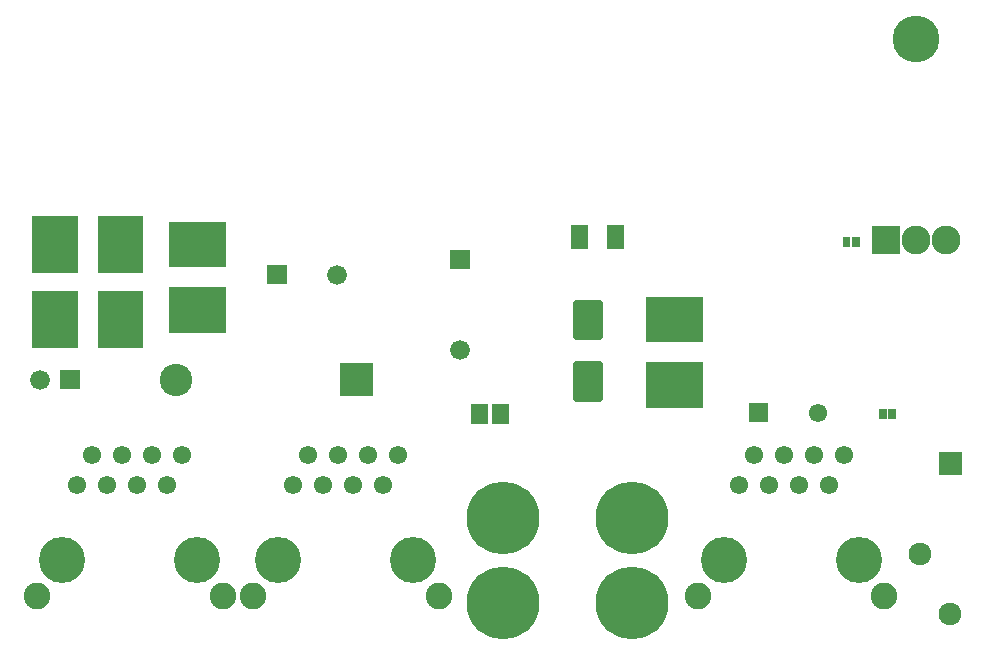
<source format=gbr>
G04 start of page 6 for group -4063 idx -4063 *
G04 Title: (unknown), componentmask *
G04 Creator: pcb 1.99z *
G04 CreationDate: Wed Dec  9 06:04:56 2015 UTC *
G04 For: commonadmin *
G04 Format: Gerber/RS-274X *
G04 PCB-Dimensions (mil): 3220.00 2260.00 *
G04 PCB-Coordinate-Origin: lower left *
%MOIN*%
%FSLAX25Y25*%
%LNTOPMASK*%
%ADD90R,0.0572X0.0572*%
%ADD89C,0.0247*%
%ADD88R,0.0818X0.0818*%
%ADD87R,0.1510X0.1510*%
%ADD86R,0.0257X0.0257*%
%ADD85C,0.2422*%
%ADD84C,0.0759*%
%ADD83C,0.1560*%
%ADD82C,0.0960*%
%ADD81C,0.0610*%
%ADD80C,0.0660*%
%ADD79C,0.1080*%
%ADD78C,0.0001*%
%ADD77C,0.0887*%
%ADD76C,0.1536*%
%ADD75C,0.0611*%
G54D75*X25500Y74500D03*
X20500Y64500D03*
X30500D03*
X35500Y74500D03*
X45500D03*
X55500D03*
X40500Y64500D03*
X50500D03*
G54D76*X15500Y39500D03*
G54D77*X6957Y27492D03*
G54D78*G36*
X14700Y102800D02*Y96200D01*
X21300D01*
Y102800D01*
X14700D01*
G37*
G54D79*X53500Y99500D03*
G54D80*X8000D03*
G54D78*G36*
X244450Y91550D02*Y85450D01*
X250550D01*
Y91550D01*
X244450D01*
G37*
G54D81*X267500Y88500D03*
G54D75*X246043Y74508D03*
X256043D03*
X266043D03*
G54D78*G36*
X285200Y150800D02*Y141200D01*
X294800D01*
Y150800D01*
X285200D01*
G37*
G54D82*X300000Y146000D03*
X310000D03*
G54D83*X300000Y213000D03*
G54D75*X276043Y74508D03*
G54D76*X281043Y39508D03*
G54D77*X289508Y27500D03*
G54D84*X311500Y21500D03*
X301500Y41500D03*
G54D75*X241043Y64508D03*
G54D76*X236043Y39508D03*
G54D77*X227500Y27500D03*
G54D85*X205500Y25000D03*
Y53346D03*
G54D75*X251043Y64508D03*
X261043D03*
X271043D03*
G54D78*G36*
X307703Y75297D02*Y67703D01*
X315297D01*
Y75297D01*
X307703D01*
G37*
G54D76*X60500Y39500D03*
X87500D03*
G54D77*X68965Y27492D03*
X78957D03*
G54D75*X97500Y74500D03*
X107500D03*
X117500D03*
G54D78*G36*
X144700Y142800D02*Y136200D01*
X151300D01*
Y142800D01*
X144700D01*
G37*
G54D80*X148000Y109500D03*
G54D78*G36*
X108100Y104900D02*Y94100D01*
X118900D01*
Y104900D01*
X108100D01*
G37*
G36*
X83700Y137800D02*Y131200D01*
X90300D01*
Y137800D01*
X83700D01*
G37*
G54D80*X107000Y134500D03*
G54D75*X127500Y74500D03*
G54D76*X132500Y39500D03*
G54D77*X140965Y27492D03*
G54D85*X162500Y25000D03*
Y53346D03*
G54D75*X92500Y64500D03*
X102500D03*
X112500D03*
X122500D03*
G54D86*X289000Y88393D02*Y87607D01*
X292148Y88393D02*Y87607D01*
X276852Y145893D02*Y145107D01*
X280000Y145893D02*Y145107D01*
G54D87*X34800Y121500D02*Y117500D01*
X13000Y121500D02*Y117500D01*
X58500Y144500D02*X62500D01*
X58500Y122700D02*X62500D01*
X34800Y146500D02*Y142500D01*
X13000Y146500D02*Y142500D01*
G54D88*X190500Y121272D02*Y117728D01*
G54D89*X186661Y125110D02*Y113890D01*
G54D90*X188000Y148181D02*Y145819D01*
X199810Y148181D02*Y145819D01*
G54D89*X186661Y125110D02*X194339D01*
X186661Y113890D02*X194339D01*
Y125110D02*Y113890D01*
G54D87*X217500Y119500D02*X221500D01*
G54D88*X190500Y100799D02*Y97256D01*
G54D89*X186661Y104638D02*X194339D01*
X186661Y93417D02*X194339D01*
Y104638D02*Y93417D01*
X186661Y104638D02*Y93417D01*
G54D87*X217500Y97700D02*X221500D01*
G54D90*X154500Y88393D02*Y87607D01*
X161586Y88393D02*Y87607D01*
M02*

</source>
